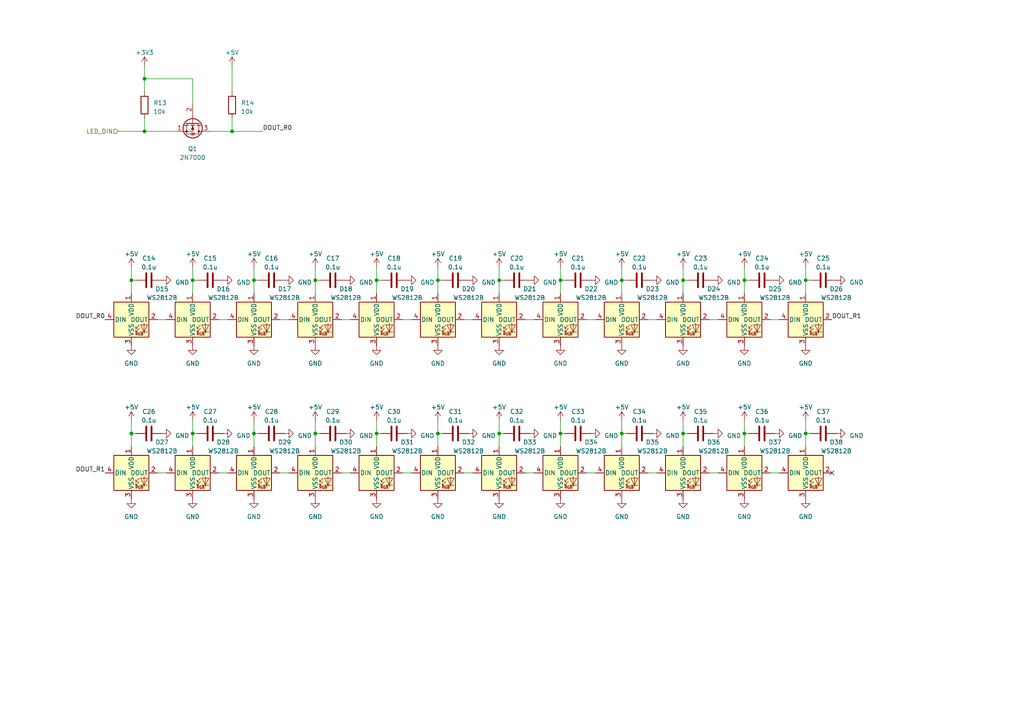
<source format=kicad_sch>
(kicad_sch (version 20230121) (generator eeschema)
  (paper "A4")
  (lib_symbols
    (symbol "Device:C" (pin_numbers hide) (pin_names (offset 0.254))
      (property "Reference" "C" (at 0.635 2.54 0))
      (property "Value" "C" (at 0.635 -2.54 0))
      (symbol "C_0_1"
        (polyline (pts (xy -2.032 -0.762) (xy 2.032 -0.762)) (stroke (width 0.508)))
        (polyline (pts (xy -2.032 0.762) (xy 2.032 0.762)) (stroke (width 0.508)))
      )
      (symbol "C_1_1"
        (pin passive line (at 0 3.81 270) (length 2.794) (name "~") (number "1"))
        (pin passive line (at 0 -3.81 90) (length 2.794) (name "~") (number "2"))
      )
    )
    (symbol "Device:R" (pin_numbers hide) (pin_names (offset 0))
      (property "Reference" "R" (at 2.032 0 90))
      (property "Value" "R" (at 0 0 90))
      (symbol "R_0_1"
        (rectangle (start -1.016 -2.54) (end 1.016 2.54) (stroke (width 0.254)))
      )
      (symbol "R_1_1"
        (pin passive line (at 0 3.81 270) (length 1.27) (name "~") (number "1"))
        (pin passive line (at 0 -3.81 90) (length 1.27) (name "~") (number "2"))
      )
    )
    (symbol "LED:WS2812B" (pin_names (offset 0.254))
      (property "Reference" "D" (at 5.08 5.715 0))
      (property "Value" "WS2812B" (at 1.27 -5.715 0))
      (symbol "WS2812B_0_0"
        (text "RGB" (at 2.286 -4.191 0) (effects (font (size 0.762 0.762))))
      )
      (symbol "WS2812B_0_1"
        (polyline (pts (xy 1.27 -3.556) (xy 1.778 -3.556)))
        (polyline (pts (xy 1.27 -2.54) (xy 1.778 -2.54)))
        (polyline (pts (xy 4.699 -3.556) (xy 2.667 -3.556)))
        (polyline (pts (xy 2.286 -2.54) (xy 1.27 -3.556) (xy 1.27 -3.048)))
        (polyline (pts (xy 2.286 -1.524) (xy 1.27 -2.54) (xy 1.27 -2.032)))
        (polyline (pts (xy 3.683 -1.016) (xy 3.683 -3.556) (xy 3.683 -4.064)))
        (polyline (pts (xy 4.699 -1.524) (xy 2.667 -1.524) (xy 3.683 -3.556) (xy 4.699 -1.524)))
        (rectangle (start 5.08 5.08) (end -5.08 -5.08) (stroke (width 0.254)) (fill (type background)))
      )
      (symbol "WS2812B_1_1"
        (pin power_in line (at 0 7.62 270) (length 2.54) (name "VDD") (number "1"))
        (pin output line (at 7.62 0 180) (length 2.54) (name "DOUT") (number "2"))
        (pin power_in line (at 0 -7.62 90) (length 2.54) (name "VSS") (number "3"))
        (pin input line (at -7.62 0 0) (length 2.54) (name "DIN") (number "4"))
      )
    )
    (symbol "Transistor_FET:2N7000" (pin_names hide)
      (property "Reference" "Q" (at 5.08 1.905 0))
      (property "Value" "2N7000" (at 5.08 0 0))
      (symbol "2N7000_0_1"
        (polyline (pts (xy 0.254 0) (xy -2.54 0)))
        (polyline (pts (xy 0.254 1.905) (xy 0.254 -1.905)) (stroke (width 0.254)))
        (polyline (pts (xy 0.762 -1.27) (xy 0.762 -2.286)) (stroke (width 0.254)))
        (polyline (pts (xy 0.762 0.508) (xy 0.762 -0.508)) (stroke (width 0.254)))
        (polyline (pts (xy 0.762 2.286) (xy 0.762 1.27)) (stroke (width 0.254)))
        (polyline (pts (xy 2.54 2.54) (xy 2.54 1.778)))
        (polyline (pts (xy 2.54 -2.54) (xy 2.54 0) (xy 0.762 0)))
        (polyline (pts (xy 0.762 -1.778) (xy 3.302 -1.778) (xy 3.302 1.778) (xy 0.762 1.778)))
        (polyline (pts (xy 1.016 0) (xy 2.032 0.381) (xy 2.032 -0.381) (xy 1.016 0)) (fill (type outline)))
        (polyline (pts (xy 2.794 0.508) (xy 2.921 0.381) (xy 3.683 0.381) (xy 3.81 0.254)))
        (polyline (pts (xy 3.302 0.381) (xy 2.921 -0.254) (xy 3.683 -0.254) (xy 3.302 0.381)))
        (circle (center 1.651 0) (radius 2.794) (stroke (width 0.254)))
        (circle (center 2.54 -1.778) (radius 0.254) (fill (type outline)))
        (circle (center 2.54 1.778) (radius 0.254) (fill (type outline)))
      )
      (symbol "2N7000_1_1"
        (pin passive line (at 2.54 -5.08 90) (length 2.54) (name "S") (number "1"))
        (pin input line (at -5.08 0 0) (length 2.54) (name "G") (number "2"))
        (pin passive line (at 2.54 5.08 270) (length 2.54) (name "D") (number "3"))
      )
    )
    (symbol "power:+3V3" (power) (pin_names (offset 0))
      (property "Value" "+3V3" (at 0 3.556 0))
      (symbol "+3V3_0_1"
        (polyline (pts (xy -0.762 1.27) (xy 0 2.54)))
        (polyline (pts (xy 0 0) (xy 0 2.54)))
        (polyline (pts (xy 0 2.54) (xy 0.762 1.27)))
      )
      (symbol "+3V3_1_1"
        (pin power_in line (at 0 0 90) (length 0) hide (name "+3V3") (number "1"))
      )
    )
    (symbol "power:+5V" (power) (pin_names (offset 0))
      (property "Value" "+5V" (at 0 3.556 0))
      (symbol "+5V_0_1"
        (polyline (pts (xy -0.762 1.27) (xy 0 2.54)))
        (polyline (pts (xy 0 0) (xy 0 2.54)))
        (polyline (pts (xy 0 2.54) (xy 0.762 1.27)))
      )
      (symbol "+5V_1_1"
        (pin power_in line (at 0 0 90) (length 0) hide (name "+5V") (number "1"))
      )
    )
    (symbol "power:GND" (power) (pin_names (offset 0))
      (property "Value" "GND" (at 0 -3.81 0))
      (symbol "GND_0_1"
        (polyline (pts (xy 0 0) (xy 0 -1.27) (xy 1.27 -1.27) (xy 0 -2.54) (xy -1.27 -1.27) (xy 0 -1.27)))
      )
      (symbol "GND_1_1"
        (pin power_in line (at 0 0 270) (length 0) hide (name "GND") (number "1"))
      )
    )
  )
  (junction (at 233.68 125.73))
  (junction (at 162.56 81.28))
  (junction (at 67.31 38.1))
  (junction (at 41.91 38.1))
  (junction (at 55.88 125.73))
  (junction (at 198.12 125.73))
  (junction (at 91.44 125.73))
  (junction (at 73.66 81.28))
  (junction (at 73.66 125.73))
  (junction (at 127 81.28))
  (junction (at 144.78 81.28))
  (junction (at 41.91 22.86))
  (junction (at 38.1 125.73))
  (junction (at 109.22 125.73))
  (junction (at 109.22 81.28))
  (junction (at 215.9 125.73))
  (junction (at 180.34 81.28))
  (junction (at 127 125.73))
  (junction (at 162.56 125.73))
  (junction (at 91.44 81.28))
  (junction (at 233.68 81.28))
  (junction (at 215.9 81.28))
  (junction (at 198.12 81.28))
  (junction (at 38.1 81.28))
  (junction (at 55.88 81.28))
  (junction (at 180.34 125.73))
  (junction (at 144.78 125.73))
  (no_connect (at 241.3 137.16))
  (wire (pts (xy 109.22 121.92) (xy 109.22 125.73)))
  (wire (pts (xy 55.88 22.86) (xy 41.91 22.86)))
  (wire (pts (xy 34.29 38.1) (xy 41.91 38.1)))
  (wire (pts (xy 144.78 125.73) (xy 144.78 129.54)))
  (wire (pts (xy 99.06 92.71) (xy 101.6 92.71)))
  (wire (pts (xy 127 77.47) (xy 127 81.28)))
  (wire (pts (xy 180.34 81.28) (xy 181.61 81.28)))
  (wire (pts (xy 73.66 81.28) (xy 73.66 85.09)))
  (wire (pts (xy 152.4 92.71) (xy 154.94 92.71)))
  (wire (pts (xy 127 81.28) (xy 127 85.09)))
  (wire (pts (xy 127 121.92) (xy 127 125.73)))
  (wire (pts (xy 109.22 77.47) (xy 109.22 81.28)))
  (wire (pts (xy 198.12 77.47) (xy 198.12 81.28)))
  (wire (pts (xy 63.5 137.16) (xy 66.04 137.16)))
  (wire (pts (xy 144.78 81.28) (xy 146.05 81.28)))
  (wire (pts (xy 134.62 92.71) (xy 137.16 92.71)))
  (wire (pts (xy 233.68 81.28) (xy 234.95 81.28)))
  (wire (pts (xy 180.34 81.28) (xy 180.34 85.09)))
  (wire (pts (xy 81.28 137.16) (xy 83.82 137.16)))
  (wire (pts (xy 223.52 137.16) (xy 226.06 137.16)))
  (wire (pts (xy 73.66 125.73) (xy 74.93 125.73)))
  (wire (pts (xy 144.78 125.73) (xy 146.05 125.73)))
  (wire (pts (xy 215.9 121.92) (xy 215.9 125.73)))
  (wire (pts (xy 170.18 92.71) (xy 172.72 92.71)))
  (wire (pts (xy 205.74 92.71) (xy 208.28 92.71)))
  (wire (pts (xy 233.68 121.92) (xy 233.68 125.73)))
  (wire (pts (xy 198.12 81.28) (xy 198.12 85.09)))
  (wire (pts (xy 55.88 125.73) (xy 55.88 129.54)))
  (wire (pts (xy 41.91 38.1) (xy 50.8 38.1)))
  (wire (pts (xy 73.66 77.47) (xy 73.66 81.28)))
  (wire (pts (xy 55.88 81.28) (xy 57.15 81.28)))
  (wire (pts (xy 41.91 34.29) (xy 41.91 38.1)))
  (wire (pts (xy 144.78 81.28) (xy 144.78 85.09)))
  (wire (pts (xy 162.56 81.28) (xy 162.56 85.09)))
  (wire (pts (xy 198.12 125.73) (xy 198.12 129.54)))
  (wire (pts (xy 38.1 121.92) (xy 38.1 125.73)))
  (wire (pts (xy 198.12 125.73) (xy 199.39 125.73)))
  (wire (pts (xy 215.9 81.28) (xy 215.9 85.09)))
  (wire (pts (xy 127 81.28) (xy 128.27 81.28)))
  (wire (pts (xy 91.44 121.92) (xy 91.44 125.73)))
  (wire (pts (xy 162.56 81.28) (xy 163.83 81.28)))
  (wire (pts (xy 41.91 22.86) (xy 41.91 26.67)))
  (wire (pts (xy 233.68 125.73) (xy 233.68 129.54)))
  (wire (pts (xy 152.4 137.16) (xy 154.94 137.16)))
  (wire (pts (xy 109.22 81.28) (xy 109.22 85.09)))
  (wire (pts (xy 55.88 121.92) (xy 55.88 125.73)))
  (wire (pts (xy 55.88 81.28) (xy 55.88 85.09)))
  (wire (pts (xy 233.68 77.47) (xy 233.68 81.28)))
  (wire (pts (xy 144.78 77.47) (xy 144.78 81.28)))
  (wire (pts (xy 215.9 125.73) (xy 217.17 125.73)))
  (wire (pts (xy 55.88 30.48) (xy 55.88 22.86)))
  (wire (pts (xy 38.1 125.73) (xy 38.1 129.54)))
  (wire (pts (xy 162.56 125.73) (xy 163.83 125.73)))
  (wire (pts (xy 45.72 137.16) (xy 48.26 137.16)))
  (wire (pts (xy 170.18 137.16) (xy 172.72 137.16)))
  (wire (pts (xy 91.44 81.28) (xy 91.44 85.09)))
  (wire (pts (xy 223.52 92.71) (xy 226.06 92.71)))
  (wire (pts (xy 127 125.73) (xy 128.27 125.73)))
  (wire (pts (xy 38.1 81.28) (xy 39.37 81.28)))
  (wire (pts (xy 144.78 121.92) (xy 144.78 125.73)))
  (wire (pts (xy 187.96 137.16) (xy 190.5 137.16)))
  (wire (pts (xy 67.31 19.05) (xy 67.31 26.67)))
  (wire (pts (xy 91.44 81.28) (xy 92.71 81.28)))
  (wire (pts (xy 38.1 77.47) (xy 38.1 81.28)))
  (wire (pts (xy 45.72 92.71) (xy 48.26 92.71)))
  (wire (pts (xy 162.56 77.47) (xy 162.56 81.28)))
  (wire (pts (xy 81.28 92.71) (xy 83.82 92.71)))
  (wire (pts (xy 180.34 125.73) (xy 180.34 129.54)))
  (wire (pts (xy 215.9 77.47) (xy 215.9 81.28)))
  (wire (pts (xy 109.22 125.73) (xy 109.22 129.54)))
  (wire (pts (xy 73.66 125.73) (xy 73.66 129.54)))
  (wire (pts (xy 180.34 77.47) (xy 180.34 81.28)))
  (wire (pts (xy 91.44 77.47) (xy 91.44 81.28)))
  (wire (pts (xy 67.31 38.1) (xy 67.31 34.29)))
  (wire (pts (xy 109.22 81.28) (xy 110.49 81.28)))
  (wire (pts (xy 73.66 121.92) (xy 73.66 125.73)))
  (wire (pts (xy 109.22 125.73) (xy 110.49 125.73)))
  (wire (pts (xy 73.66 81.28) (xy 74.93 81.28)))
  (wire (pts (xy 38.1 125.73) (xy 39.37 125.73)))
  (wire (pts (xy 41.91 19.05) (xy 41.91 22.86)))
  (wire (pts (xy 205.74 137.16) (xy 208.28 137.16)))
  (wire (pts (xy 180.34 125.73) (xy 181.61 125.73)))
  (wire (pts (xy 99.06 137.16) (xy 101.6 137.16)))
  (wire (pts (xy 55.88 77.47) (xy 55.88 81.28)))
  (wire (pts (xy 91.44 125.73) (xy 91.44 129.54)))
  (wire (pts (xy 198.12 81.28) (xy 199.39 81.28)))
  (wire (pts (xy 116.84 92.71) (xy 119.38 92.71)))
  (wire (pts (xy 134.62 137.16) (xy 137.16 137.16)))
  (wire (pts (xy 127 125.73) (xy 127 129.54)))
  (wire (pts (xy 215.9 125.73) (xy 215.9 129.54)))
  (wire (pts (xy 233.68 81.28) (xy 233.68 85.09)))
  (wire (pts (xy 55.88 125.73) (xy 57.15 125.73)))
  (wire (pts (xy 91.44 125.73) (xy 92.71 125.73)))
  (wire (pts (xy 162.56 121.92) (xy 162.56 125.73)))
  (wire (pts (xy 67.31 38.1) (xy 76.2 38.1)))
  (wire (pts (xy 116.84 137.16) (xy 119.38 137.16)))
  (wire (pts (xy 63.5 92.71) (xy 66.04 92.71)))
  (wire (pts (xy 60.96 38.1) (xy 67.31 38.1)))
  (wire (pts (xy 215.9 81.28) (xy 217.17 81.28)))
  (wire (pts (xy 162.56 125.73) (xy 162.56 129.54)))
  (wire (pts (xy 233.68 125.73) (xy 234.95 125.73)))
  (wire (pts (xy 198.12 121.92) (xy 198.12 125.73)))
  (wire (pts (xy 38.1 81.28) (xy 38.1 85.09)))
  (wire (pts (xy 187.96 92.71) (xy 190.5 92.71)))
  (wire (pts (xy 180.34 121.92) (xy 180.34 125.73)))
  (label "DOUT_R1" (at 30.48 137.16 180))
  (label "DOUT_R0" (at 76.2 38.1 0))
  (label "DOUT_R1" (at 241.3 92.71 0))
  (label "DOUT_R0" (at 30.48 92.71 180))
  (hierarchical_label "LED_DIN" (shape input) (at 34.29 38.1 180))
  (symbol (lib_id "power:GND") (at 207.01 81.28 90) (unit 1)
    (property "Reference" "#PWR085" (effects hide))
    (property "Value" "GND" (at 210.82 81.915 90) (effects (justify right)))
  )
  (symbol (lib_id "power:GND") (at 118.11 125.73 90) (unit 1)
    (property "Reference" "#PWR0116" (effects hide))
    (property "Value" "GND" (at 121.92 126.365 90) (effects (justify right)))
  )
  (symbol (lib_id "power:+5V") (at 109.22 121.92 0) (unit 1)
    (property "Reference" "#PWR0104" (effects hide))
    (property "Value" "+5V" (at 109.22 118.11 0))
  )
  (symbol (lib_id "power:+5V") (at 55.88 77.47 0) (unit 1)
    (property "Reference" "#PWR065" (effects hide))
    (property "Value" "+5V" (at 55.88 73.66 0))
  )
  (symbol (lib_id "power:+5V") (at 215.9 77.47 0) (unit 1)
    (property "Reference" "#PWR074" (effects hide))
    (property "Value" "+5V" (at 215.9 73.66 0))
  )
  (symbol (lib_id "power:GND") (at 73.66 144.78 0) (unit 1)
    (property "Reference" "#PWR0126" (effects hide))
    (property "Value" "GND" (at 73.66 149.86 0))
  )
  (symbol (lib_id "LED:WS2812B") (at 162.56 137.16 0) (unit 1)
    (property "Reference" "D34" (at 171.45 128.27 0))
    (property "Value" "WS2812B" (at 171.45 130.81 0))
    (property "Footprint" "LED_SMD:LED_WS2812B_PLCC4_5.0x5.0mm_P3.2mm" (effects hide))
    (property "Datasheet" "https://cdn-shop.adafruit.com/datasheets/WS2812B.pdf" (effects hide))
  )
  (symbol (lib_id "LED:WS2812B") (at 198.12 92.71 0) (unit 1)
    (property "Reference" "D24" (at 207.01 83.82 0))
    (property "Value" "WS2812B" (at 207.01 86.36 0))
    (property "Footprint" "LED_SMD:LED_WS2812B_PLCC4_5.0x5.0mm_P3.2mm" (effects hide))
    (property "Datasheet" "https://cdn-shop.adafruit.com/datasheets/WS2812B.pdf" (effects hide))
  )
  (symbol (lib_id "LED:WS2812B") (at 38.1 92.71 0) (unit 1)
    (property "Reference" "D15" (at 46.99 83.82 0))
    (property "Value" "WS2812B" (at 46.99 86.36 0))
    (property "Footprint" "LED_SMD:LED_WS2812B_PLCC4_5.0x5.0mm_P3.2mm" (effects hide))
    (property "Datasheet" "https://cdn-shop.adafruit.com/datasheets/WS2812B.pdf" (effects hide))
  )
  (symbol (lib_id "LED:WS2812B") (at 215.9 92.71 0) (unit 1)
    (property "Reference" "D25" (at 224.79 83.82 0))
    (property "Value" "WS2812B" (at 224.79 86.36 0))
    (property "Footprint" "LED_SMD:LED_WS2812B_PLCC4_5.0x5.0mm_P3.2mm" (effects hide))
    (property "Datasheet" "https://cdn-shop.adafruit.com/datasheets/WS2812B.pdf" (effects hide))
  )
  (symbol (lib_id "power:GND") (at 215.9 144.78 0) (unit 1)
    (property "Reference" "#PWR0134" (effects hide))
    (property "Value" "GND" (at 215.9 149.86 0))
  )
  (symbol (lib_id "LED:WS2812B") (at 55.88 92.71 0) (unit 1)
    (property "Reference" "D16" (at 64.77 83.82 0))
    (property "Value" "WS2812B" (at 64.77 86.36 0))
    (property "Footprint" "LED_SMD:LED_WS2812B_PLCC4_5.0x5.0mm_P3.2mm" (effects hide))
    (property "Datasheet" "https://cdn-shop.adafruit.com/datasheets/WS2812B.pdf" (effects hide))
  )
  (symbol (lib_id "Device:C") (at 78.74 81.28 90) (unit 1)
    (property "Reference" "C16" (at 78.74 74.93 90))
    (property "Value" "0.1u" (at 78.74 77.47 90))
    (property "Footprint" "Capacitor_SMD:C_0402_1005Metric" (effects hide))
  )
  (symbol (lib_id "power:GND") (at 171.45 125.73 90) (unit 1)
    (property "Reference" "#PWR0119" (effects hide))
    (property "Value" "GND" (at 175.26 126.365 90) (effects (justify right)))
  )
  (symbol (lib_id "power:GND") (at 180.34 144.78 0) (unit 1)
    (property "Reference" "#PWR0132" (effects hide))
    (property "Value" "GND" (at 180.34 149.86 0))
  )
  (symbol (lib_id "power:GND") (at 189.23 125.73 90) (unit 1)
    (property "Reference" "#PWR0120" (effects hide))
    (property "Value" "GND" (at 193.04 126.365 90) (effects (justify right)))
  )
  (symbol (lib_id "power:GND") (at 162.56 100.33 0) (unit 1)
    (property "Reference" "#PWR095" (effects hide))
    (property "Value" "GND" (at 162.56 105.41 0))
  )
  (symbol (lib_id "power:GND") (at 127 100.33 0) (unit 1)
    (property "Reference" "#PWR093" (effects hide))
    (property "Value" "GND" (at 127 105.41 0))
  )
  (symbol (lib_id "power:+5V") (at 38.1 121.92 0) (unit 1)
    (property "Reference" "#PWR0100" (effects hide))
    (property "Value" "+5V" (at 38.1 118.11 0))
  )
  (symbol (lib_id "LED:WS2812B") (at 162.56 92.71 0) (unit 1)
    (property "Reference" "D22" (at 171.45 83.82 0))
    (property "Value" "WS2812B" (at 171.45 86.36 0))
    (property "Footprint" "LED_SMD:LED_WS2812B_PLCC4_5.0x5.0mm_P3.2mm" (effects hide))
    (property "Datasheet" "https://cdn-shop.adafruit.com/datasheets/WS2812B.pdf" (effects hide))
  )
  (symbol (lib_id "Device:C") (at 132.08 125.73 90) (unit 1)
    (property "Reference" "C31" (at 132.08 119.38 90))
    (property "Value" "0.1u" (at 132.08 121.92 90))
    (property "Footprint" "Capacitor_SMD:C_0402_1005Metric" (effects hide))
  )
  (symbol (lib_id "power:+5V") (at 55.88 121.92 0) (unit 1)
    (property "Reference" "#PWR0101" (effects hide))
    (property "Value" "+5V" (at 55.88 118.11 0))
  )
  (symbol (lib_id "power:GND") (at 64.77 81.28 90) (unit 1)
    (property "Reference" "#PWR077" (effects hide))
    (property "Value" "GND" (at 68.58 81.915 90) (effects (justify right)))
  )
  (symbol (lib_id "power:GND") (at 73.66 100.33 0) (unit 1)
    (property "Reference" "#PWR090" (effects hide))
    (property "Value" "GND" (at 73.66 105.41 0))
  )
  (symbol (lib_id "Device:C") (at 203.2 125.73 90) (unit 1)
    (property "Reference" "C35" (at 203.2 119.38 90))
    (property "Value" "0.1u" (at 203.2 121.92 90))
    (property "Footprint" "Capacitor_SMD:C_0402_1005Metric" (effects hide))
  )
  (symbol (lib_id "Device:C") (at 96.52 125.73 90) (unit 1)
    (property "Reference" "C29" (at 96.52 119.38 90))
    (property "Value" "0.1u" (at 96.52 121.92 90))
    (property "Footprint" "Capacitor_SMD:C_0402_1005Metric" (effects hide))
  )
  (symbol (lib_id "power:GND") (at 109.22 144.78 0) (unit 1)
    (property "Reference" "#PWR0128" (effects hide))
    (property "Value" "GND" (at 109.22 149.86 0))
  )
  (symbol (lib_id "Device:C") (at 220.98 125.73 90) (unit 1)
    (property "Reference" "C36" (at 220.98 119.38 90))
    (property "Value" "0.1u" (at 220.98 121.92 90))
    (property "Footprint" "Capacitor_SMD:C_0402_1005Metric" (effects hide))
  )
  (symbol (lib_id "LED:WS2812B") (at 198.12 137.16 0) (unit 1)
    (property "Reference" "D36" (at 207.01 128.27 0))
    (property "Value" "WS2812B" (at 207.01 130.81 0))
    (property "Footprint" "LED_SMD:LED_WS2812B_PLCC4_5.0x5.0mm_P3.2mm" (effects hide))
    (property "Datasheet" "https://cdn-shop.adafruit.com/datasheets/WS2812B.pdf" (effects hide))
  )
  (symbol (lib_id "power:GND") (at 224.79 81.28 90) (unit 1)
    (property "Reference" "#PWR086" (effects hide))
    (property "Value" "GND" (at 228.6 81.915 90) (effects (justify right)))
  )
  (symbol (lib_id "power:GND") (at 109.22 100.33 0) (unit 1)
    (property "Reference" "#PWR092" (effects hide))
    (property "Value" "GND" (at 109.22 105.41 0))
  )
  (symbol (lib_id "LED:WS2812B") (at 144.78 137.16 0) (unit 1)
    (property "Reference" "D33" (at 153.67 128.27 0))
    (property "Value" "WS2812B" (at 153.67 130.81 0))
    (property "Footprint" "LED_SMD:LED_WS2812B_PLCC4_5.0x5.0mm_P3.2mm" (effects hide))
    (property "Datasheet" "https://cdn-shop.adafruit.com/datasheets/WS2812B.pdf" (effects hide))
  )
  (symbol (lib_id "power:GND") (at 233.68 144.78 0) (unit 1)
    (property "Reference" "#PWR0135" (effects hide))
    (property "Value" "GND" (at 233.68 149.86 0))
  )
  (symbol (lib_id "power:GND") (at 233.68 100.33 0) (unit 1)
    (property "Reference" "#PWR099" (effects hide))
    (property "Value" "GND" (at 233.68 105.41 0))
  )
  (symbol (lib_id "LED:WS2812B") (at 109.22 92.71 0) (unit 1)
    (property "Reference" "D19" (at 118.11 83.82 0))
    (property "Value" "WS2812B" (at 118.11 86.36 0))
    (property "Footprint" "LED_SMD:LED_WS2812B_PLCC4_5.0x5.0mm_P3.2mm" (effects hide))
    (property "Datasheet" "https://cdn-shop.adafruit.com/datasheets/WS2812B.pdf" (effects hide))
  )
  (symbol (lib_id "power:GND") (at 207.01 125.73 90) (unit 1)
    (property "Reference" "#PWR0121" (effects hide))
    (property "Value" "GND" (at 210.82 126.365 90) (effects (justify right)))
  )
  (symbol (lib_id "Device:C") (at 167.64 125.73 90) (unit 1)
    (property "Reference" "C33" (at 167.64 119.38 90))
    (property "Value" "0.1u" (at 167.64 121.92 90))
    (property "Footprint" "Capacitor_SMD:C_0402_1005Metric" (effects hide))
  )
  (symbol (lib_id "LED:WS2812B") (at 233.68 92.71 0) (unit 1)
    (property "Reference" "D26" (at 242.57 83.82 0))
    (property "Value" "WS2812B" (at 242.57 86.36 0))
    (property "Footprint" "LED_SMD:LED_WS2812B_PLCC4_5.0x5.0mm_P3.2mm" (effects hide))
    (property "Datasheet" "https://cdn-shop.adafruit.com/datasheets/WS2812B.pdf" (effects hide))
  )
  (symbol (lib_id "power:+5V") (at 67.31 19.05 0) (unit 1)
    (property "Reference" "#PWR063" (effects hide))
    (property "Value" "+5V" (at 67.31 15.24 0))
  )
  (symbol (lib_id "power:+5V") (at 91.44 121.92 0) (unit 1)
    (property "Reference" "#PWR0103" (effects hide))
    (property "Value" "+5V" (at 91.44 118.11 0))
  )
  (symbol (lib_id "power:+5V") (at 215.9 121.92 0) (unit 1)
    (property "Reference" "#PWR0110" (effects hide))
    (property "Value" "+5V" (at 215.9 118.11 0))
  )
  (symbol (lib_id "power:GND") (at 38.1 144.78 0) (unit 1)
    (property "Reference" "#PWR0124" (effects hide))
    (property "Value" "GND" (at 38.1 149.86 0))
  )
  (symbol (lib_id "power:GND") (at 91.44 100.33 0) (unit 1)
    (property "Reference" "#PWR091" (effects hide))
    (property "Value" "GND" (at 91.44 105.41 0))
  )
  (symbol (lib_id "power:+3V3") (at 41.91 19.05 0) (unit 1)
    (property "Reference" "#PWR062" (effects hide))
    (property "Value" "+3V3" (at 41.91 15.24 0))
  )
  (symbol (lib_id "LED:WS2812B") (at 91.44 92.71 0) (unit 1)
    (property "Reference" "D18" (at 100.33 83.82 0))
    (property "Value" "WS2812B" (at 100.33 86.36 0))
    (property "Footprint" "LED_SMD:LED_WS2812B_PLCC4_5.0x5.0mm_P3.2mm" (effects hide))
    (property "Datasheet" "https://cdn-shop.adafruit.com/datasheets/WS2812B.pdf" (effects hide))
  )
  (symbol (lib_id "power:GND") (at 100.33 125.73 90) (unit 1)
    (property "Reference" "#PWR0115" (effects hide))
    (property "Value" "GND" (at 104.14 126.365 90) (effects (justify right)))
  )
  (symbol (lib_id "power:+5V") (at 233.68 77.47 0) (unit 1)
    (property "Reference" "#PWR075" (effects hide))
    (property "Value" "+5V" (at 233.68 73.66 0))
  )
  (symbol (lib_id "power:GND") (at 153.67 125.73 90) (unit 1)
    (property "Reference" "#PWR0118" (effects hide))
    (property "Value" "GND" (at 157.48 126.365 90) (effects (justify right)))
  )
  (symbol (lib_id "Device:C") (at 60.96 125.73 90) (unit 1)
    (property "Reference" "C27" (at 60.96 119.38 90))
    (property "Value" "0.1u" (at 60.96 121.92 90))
    (property "Footprint" "Capacitor_SMD:C_0402_1005Metric" (effects hide))
  )
  (symbol (lib_id "LED:WS2812B") (at 127 137.16 0) (unit 1)
    (property "Reference" "D32" (at 135.89 128.27 0))
    (property "Value" "WS2812B" (at 135.89 130.81 0))
    (property "Footprint" "LED_SMD:LED_WS2812B_PLCC4_5.0x5.0mm_P3.2mm" (effects hide))
    (property "Datasheet" "https://cdn-shop.adafruit.com/datasheets/WS2812B.pdf" (effects hide))
  )
  (symbol (lib_id "Device:C") (at 167.64 81.28 90) (unit 1)
    (property "Reference" "C21" (at 167.64 74.93 90))
    (property "Value" "0.1u" (at 167.64 77.47 90))
    (property "Footprint" "Capacitor_SMD:C_0402_1005Metric" (effects hide))
  )
  (symbol (lib_id "power:+5V") (at 180.34 77.47 0) (unit 1)
    (property "Reference" "#PWR072" (effects hide))
    (property "Value" "+5V" (at 180.34 73.66 0))
  )
  (symbol (lib_id "power:GND") (at 135.89 81.28 90) (unit 1)
    (property "Reference" "#PWR081" (effects hide))
    (property "Value" "GND" (at 139.7 81.915 90) (effects (justify right)))
  )
  (symbol (lib_id "Device:C") (at 220.98 81.28 90) (unit 1)
    (property "Reference" "C24" (at 220.98 74.93 90))
    (property "Value" "0.1u" (at 220.98 77.47 90))
    (property "Footprint" "Capacitor_SMD:C_0402_1005Metric" (effects hide))
  )
  (symbol (lib_id "power:+5V") (at 198.12 77.47 0) (unit 1)
    (property "Reference" "#PWR073" (effects hide))
    (property "Value" "+5V" (at 198.12 73.66 0))
  )
  (symbol (lib_id "Device:R") (at 41.91 30.48 0) (unit 1)
    (property "Reference" "R13" (at 44.45 29.845 0) (effects (justify left)))
    (property "Value" "10k" (at 44.45 32.385 0) (effects (justify left)))
    (property "Footprint" "Resistor_THT:R_Axial_DIN0204_L3.6mm_D1.6mm_P7.62mm_Horizontal" (effects hide))
  )
  (symbol (lib_id "power:GND") (at 171.45 81.28 90) (unit 1)
    (property "Reference" "#PWR083" (effects hide))
    (property "Value" "GND" (at 175.26 81.915 90) (effects (justify right)))
  )
  (symbol (lib_id "power:GND") (at 180.34 100.33 0) (unit 1)
    (property "Reference" "#PWR096" (effects hide))
    (property "Value" "GND" (at 180.34 105.41 0))
  )
  (symbol (lib_id "power:GND") (at 242.57 125.73 90) (unit 1)
    (property "Reference" "#PWR0123" (effects hide))
    (property "Value" "GND" (at 246.38 126.365 90) (effects (justify right)))
  )
  (symbol (lib_id "power:GND") (at 144.78 144.78 0) (unit 1)
    (property "Reference" "#PWR0130" (effects hide))
    (property "Value" "GND" (at 144.78 149.86 0))
  )
  (symbol (lib_id "LED:WS2812B") (at 38.1 137.16 0) (unit 1)
    (property "Reference" "D27" (at 46.99 128.27 0))
    (property "Value" "WS2812B" (at 46.99 130.81 0))
    (property "Footprint" "LED_SMD:LED_WS2812B_PLCC4_5.0x5.0mm_P3.2mm" (effects hide))
    (property "Datasheet" "https://cdn-shop.adafruit.com/datasheets/WS2812B.pdf" (effects hide))
  )
  (symbol (lib_id "power:GND") (at 153.67 81.28 90) (unit 1)
    (property "Reference" "#PWR082" (effects hide))
    (property "Value" "GND" (at 157.48 81.915 90) (effects (justify right)))
  )
  (symbol (lib_id "power:+5V") (at 109.22 77.47 0) (unit 1)
    (property "Reference" "#PWR068" (effects hide))
    (property "Value" "+5V" (at 109.22 73.66 0))
  )
  (symbol (lib_id "LED:WS2812B") (at 233.68 137.16 0) (unit 1)
    (property "Reference" "D38" (at 242.57 128.27 0))
    (property "Value" "WS2812B" (at 242.57 130.81 0))
    (property "Footprint" "LED_SMD:LED_WS2812B_PLCC4_5.0x5.0mm_P3.2mm" (effects hide))
    (property "Datasheet" "https://cdn-shop.adafruit.com/datasheets/WS2812B.pdf" (effects hide))
  )
  (symbol (lib_id "LED:WS2812B") (at 144.78 92.71 0) (unit 1)
    (property "Reference" "D21" (at 153.67 83.82 0))
    (property "Value" "WS2812B" (at 153.67 86.36 0))
    (property "Footprint" "LED_SMD:LED_WS2812B_PLCC4_5.0x5.0mm_P3.2mm" (effects hide))
    (property "Datasheet" "https://cdn-shop.adafruit.com/datasheets/WS2812B.pdf" (effects hide))
  )
  (symbol (lib_id "Device:C") (at 114.3 81.28 90) (unit 1)
    (property "Reference" "C18" (at 114.3 74.93 90))
    (property "Value" "0.1u" (at 114.3 77.47 90))
    (property "Footprint" "Capacitor_SMD:C_0402_1005Metric" (effects hide))
  )
  (symbol (lib_id "LED:WS2812B") (at 91.44 137.16 0) (unit 1)
    (property "Reference" "D30" (at 100.33 128.27 0))
    (property "Value" "WS2812B" (at 100.33 130.81 0))
    (property "Footprint" "LED_SMD:LED_WS2812B_PLCC4_5.0x5.0mm_P3.2mm" (effects hide))
    (property "Datasheet" "https://cdn-shop.adafruit.com/datasheets/WS2812B.pdf" (effects hide))
  )
  (symbol (lib_id "power:+5V") (at 127 121.92 0) (unit 1)
    (property "Reference" "#PWR0105" (effects hide))
    (property "Value" "+5V" (at 127 118.11 0))
  )
  (symbol (lib_id "power:+5V") (at 233.68 121.92 0) (unit 1)
    (property "Reference" "#PWR0111" (effects hide))
    (property "Value" "+5V" (at 233.68 118.11 0))
  )
  (symbol (lib_id "power:GND") (at 64.77 125.73 90) (unit 1)
    (property "Reference" "#PWR0113" (effects hide))
    (property "Value" "GND" (at 68.58 126.365 90) (effects (justify right)))
  )
  (symbol (lib_id "power:GND") (at 198.12 144.78 0) (unit 1)
    (property "Reference" "#PWR0133" (effects hide))
    (property "Value" "GND" (at 198.12 149.86 0))
  )
  (symbol (lib_id "power:GND") (at 224.79 125.73 90) (unit 1)
    (property "Reference" "#PWR0122" (effects hide))
    (property "Value" "GND" (at 228.6 126.365 90) (effects (justify right)))
  )
  (symbol (lib_id "Device:C") (at 185.42 125.73 90) (unit 1)
    (property "Reference" "C34" (at 185.42 119.38 90))
    (property "Value" "0.1u" (at 185.42 121.92 90))
    (property "Footprint" "Capacitor_SMD:C_0402_1005Metric" (effects hide))
  )
  (symbol (lib_id "power:GND") (at 55.88 100.33 0) (unit 1)
    (property "Reference" "#PWR089" (effects hide))
    (property "Value" "GND" (at 55.88 105.41 0))
  )
  (symbol (lib_id "power:GND") (at 91.44 144.78 0) (unit 1)
    (property "Reference" "#PWR0127" (effects hide))
    (property "Value" "GND" (at 91.44 149.86 0))
  )
  (symbol (lib_id "power:+5V") (at 91.44 77.47 0) (unit 1)
    (property "Reference" "#PWR067" (effects hide))
    (property "Value" "+5V" (at 91.44 73.66 0))
  )
  (symbol (lib_id "power:GND") (at 118.11 81.28 90) (unit 1)
    (property "Reference" "#PWR080" (effects hide))
    (property "Value" "GND" (at 121.92 81.915 90) (effects (justify right)))
  )
  (symbol (lib_id "Device:C") (at 185.42 81.28 90) (unit 1)
    (property "Reference" "C22" (at 185.42 74.93 90))
    (property "Value" "0.1u" (at 185.42 77.47 90))
    (property "Footprint" "Capacitor_SMD:C_0402_1005Metric" (effects hide))
  )
  (symbol (lib_id "power:GND") (at 46.99 125.73 90) (unit 1)
    (property "Reference" "#PWR0112" (effects hide))
    (property "Value" "GND" (at 50.8 126.365 90) (effects (justify right)))
  )
  (symbol (lib_id "Transistor_FET:2N7000") (at 55.88 35.56 270) (unit 1)
    (property "Reference" "Q1" (at 55.88 43.18 90))
    (property "Value" "2N7000" (at 55.88 45.72 90))
    (property "Footprint" "Package_TO_SOT_THT:TO-92_Inline" (effects hide))
    (property "Datasheet" "https://www.vishay.com/docs/70226/70226.pdf" (effects hide))
  )
  (symbol (lib_id "Device:C") (at 114.3 125.73 90) (unit 1)
    (property "Reference" "C30" (at 114.3 119.38 90))
    (property "Value" "0.1u" (at 114.3 121.92 90))
    (property "Footprint" "Capacitor_SMD:C_0402_1005Metric" (effects hide))
  )
  (symbol (lib_id "power:GND") (at 215.9 100.33 0) (unit 1)
    (property "Reference" "#PWR098" (effects hide))
    (property "Value" "GND" (at 215.9 105.41 0))
  )
  (symbol (lib_id "LED:WS2812B") (at 109.22 137.16 0) (unit 1)
    (property "Reference" "D31" (at 118.11 128.27 0))
    (property "Value" "WS2812B" (at 118.11 130.81 0))
    (property "Footprint" "LED_SMD:LED_WS2812B_PLCC4_5.0x5.0mm_P3.2mm" (effects hide))
    (property "Datasheet" "https://cdn-shop.adafruit.com/datasheets/WS2812B.pdf" (effects hide))
  )
  (symbol (lib_id "Device:C") (at 132.08 81.28 90) (unit 1)
    (property "Reference" "C19" (at 132.08 74.93 90))
    (property "Value" "0.1u" (at 132.08 77.47 90))
    (property "Footprint" "Capacitor_SMD:C_0402_1005Metric" (effects hide))
  )
  (symbol (lib_id "LED:WS2812B") (at 73.66 137.16 0) (unit 1)
    (property "Reference" "D29" (at 82.55 128.27 0))
    (property "Value" "WS2812B" (at 82.55 130.81 0))
    (property "Footprint" "LED_SMD:LED_WS2812B_PLCC4_5.0x5.0mm_P3.2mm" (effects hide))
    (property "Datasheet" "https://cdn-shop.adafruit.com/datasheets/WS2812B.pdf" (effects hide))
  )
  (symbol (lib_id "power:GND") (at 100.33 81.28 90) (unit 1)
    (property "Reference" "#PWR079" (effects hide))
    (property "Value" "GND" (at 104.14 81.915 90) (effects (justify right)))
  )
  (symbol (lib_id "power:+5V") (at 144.78 77.47 0) (unit 1)
    (property "Reference" "#PWR070" (effects hide))
    (property "Value" "+5V" (at 144.78 73.66 0))
  )
  (symbol (lib_id "power:GND") (at 242.57 81.28 90) (unit 1)
    (property "Reference" "#PWR087" (effects hide))
    (property "Value" "GND" (at 246.38 81.915 90) (effects (justify right)))
  )
  (symbol (lib_id "power:GND") (at 198.12 100.33 0) (unit 1)
    (property "Reference" "#PWR097" (effects hide))
    (property "Value" "GND" (at 198.12 105.41 0))
  )
  (symbol (lib_id "Device:C") (at 60.96 81.28 90) (unit 1)
    (property "Reference" "C15" (at 60.96 74.93 90))
    (property "Value" "0.1u" (at 60.96 77.47 90))
    (property "Footprint" "Capacitor_SMD:C_0402_1005Metric" (effects hide))
  )
  (symbol (lib_id "Device:C") (at 96.52 81.28 90) (unit 1)
    (property "Reference" "C17" (at 96.52 74.93 90))
    (property "Value" "0.1u" (at 96.52 77.47 90))
    (property "Footprint" "Capacitor_SMD:C_0402_1005Metric" (effects hide))
  )
  (symbol (lib_id "power:+5V") (at 180.34 121.92 0) (unit 1)
    (property "Reference" "#PWR0108" (effects hide))
    (property "Value" "+5V" (at 180.34 118.11 0))
  )
  (symbol (lib_id "power:GND") (at 55.88 144.78 0) (unit 1)
    (property "Reference" "#PWR0125" (effects hide))
    (property "Value" "GND" (at 55.88 149.86 0))
  )
  (symbol (lib_id "LED:WS2812B") (at 215.9 137.16 0) (unit 1)
    (property "Reference" "D37" (at 224.79 128.27 0))
    (property "Value" "WS2812B" (at 224.79 130.81 0))
    (property "Footprint" "LED_SMD:LED_WS2812B_PLCC4_5.0x5.0mm_P3.2mm" (effects hide))
    (property "Datasheet" "https://cdn-shop.adafruit.com/datasheets/WS2812B.pdf" (effects hide))
  )
  (symbol (lib_id "power:GND") (at 135.89 125.73 90) (unit 1)
    (property "Reference" "#PWR0117" (effects hide))
    (property "Value" "GND" (at 139.7 126.365 90) (effects (justify right)))
  )
  (symbol (lib_id "LED:WS2812B") (at 55.88 137.16 0) (unit 1)
    (property "Reference" "D28" (at 64.77 128.27 0))
    (property "Value" "WS2812B" (at 64.77 130.81 0))
    (property "Footprint" "LED_SMD:LED_WS2812B_PLCC4_5.0x5.0mm_P3.2mm" (effects hide))
    (property "Datasheet" "https://cdn-shop.adafruit.com/datasheets/WS2812B.pdf" (effects hide))
  )
  (symbol (lib_id "power:+5V") (at 144.78 121.92 0) (unit 1)
    (property "Reference" "#PWR0106" (effects hide))
    (property "Value" "+5V" (at 144.78 118.11 0))
  )
  (symbol (lib_id "power:GND") (at 46.99 81.28 90) (unit 1)
    (property "Reference" "#PWR076" (effects hide))
    (property "Value" "GND" (at 50.8 81.915 90) (effects (justify right)))
  )
  (symbol (lib_id "Device:C") (at 149.86 125.73 90) (unit 1)
    (property "Reference" "C32" (at 149.86 119.38 90))
    (property "Value" "0.1u" (at 149.86 121.92 90))
    (property "Footprint" "Capacitor_SMD:C_0402_1005Metric" (effects hide))
  )
  (symbol (lib_id "power:GND") (at 144.78 100.33 0) (unit 1)
    (property "Reference" "#PWR094" (effects hide))
    (property "Value" "GND" (at 144.78 105.41 0))
  )
  (symbol (lib_id "Device:C") (at 43.18 81.28 90) (unit 1)
    (property "Reference" "C14" (at 43.18 74.93 90))
    (property "Value" "0.1u" (at 43.18 77.47 90))
    (property "Footprint" "Capacitor_SMD:C_0402_1005Metric" (effects hide))
  )
  (symbol (lib_id "LED:WS2812B") (at 180.34 137.16 0) (unit 1)
    (property "Reference" "D35" (at 189.23 128.27 0))
    (property "Value" "WS2812B" (at 189.23 130.81 0))
    (property "Footprint" "LED_SMD:LED_WS2812B_PLCC4_5.0x5.0mm_P3.2mm" (effects hide))
    (property "Datasheet" "https://cdn-shop.adafruit.com/datasheets/WS2812B.pdf" (effects hide))
  )
  (symbol (lib_id "Device:R") (at 67.31 30.48 0) (unit 1)
    (property "Reference" "R14" (at 69.85 29.845 0) (effects (justify left)))
    (property "Value" "10k" (at 69.85 32.385 0) (effects (justify left)))
    (property "Footprint" "Resistor_THT:R_Axial_DIN0204_L3.6mm_D1.6mm_P7.62mm_Horizontal" (effects hide))
  )
  (symbol (lib_id "power:+5V") (at 73.66 77.47 0) (unit 1)
    (property "Reference" "#PWR066" (effects hide))
    (property "Value" "+5V" (at 73.66 73.66 0))
  )
  (symbol (lib_id "power:GND") (at 127 144.78 0) (unit 1)
    (property "Reference" "#PWR0129" (effects hide))
    (property "Value" "GND" (at 127 149.86 0))
  )
  (symbol (lib_id "Device:C") (at 149.86 81.28 90) (unit 1)
    (property "Reference" "C20" (at 149.86 74.93 90))
    (property "Value" "0.1u" (at 149.86 77.47 90))
    (property "Footprint" "Capacitor_SMD:C_0402_1005Metric" (effects hide))
  )
  (symbol (lib_id "Device:C") (at 238.76 81.28 90) (unit 1)
    (property "Reference" "C25" (at 238.76 74.93 90))
    (property "Value" "0.1u" (at 238.76 77.47 90))
    (property "Footprint" "Capacitor_SMD:C_0402_1005Metric" (effects hide))
  )
  (symbol (lib_id "power:GND") (at 189.23 81.28 90) (unit 1)
    (property "Reference" "#PWR084" (effects hide))
    (property "Value" "GND" (at 193.04 81.915 90) (effects (justify right)))
  )
  (symbol (lib_id "power:GND") (at 162.56 144.78 0) (unit 1)
    (property "Reference" "#PWR0131" (effects hide))
    (property "Value" "GND" (at 162.56 149.86 0))
  )
  (symbol (lib_id "power:+5V") (at 198.12 121.92 0) (unit 1)
    (property "Reference" "#PWR0109" (effects hide))
    (property "Value" "+5V" (at 198.12 118.11 0))
  )
  (symbol (lib_id "power:GND") (at 82.55 81.28 90) (unit 1)
    (property "Reference" "#PWR078" (effects hide))
    (property "Value" "GND" (at 86.36 81.915 90) (effects (justify right)))
  )
  (symbol (lib_id "Device:C") (at 203.2 81.28 90) (unit 1)
    (property "Reference" "C23" (at 203.2 74.93 90))
    (property "Value" "0.1u" (at 203.2 77.47 90))
    (property "Footprint" "Capacitor_SMD:C_0402_1005Metric" (effects hide))
  )
  (symbol (lib_id "Device:C") (at 238.76 125.73 90) (unit 1)
    (property "Reference" "C37" (at 238.76 119.38 90))
    (property "Value" "0.1u" (at 238.76 121.92 90))
    (property "Footprint" "Capacitor_SMD:C_0402_1005Metric" (effects hide))
  )
  (symbol (lib_id "LED:WS2812B") (at 127 92.71 0) (unit 1)
    (property "Reference" "D20" (at 135.89 83.82 0))
    (property "Value" "WS2812B" (at 135.89 86.36 0))
    (property "Footprint" "LED_SMD:LED_WS2812B_PLCC4_5.0x5.0mm_P3.2mm" (effects hide))
    (property "Datasheet" "https://cdn-shop.adafruit.com/datasheets/WS2812B.pdf" (effects hide))
  )
  (symbol (lib_id "power:+5V") (at 162.56 77.47 0) (unit 1)
    (property "Reference" "#PWR071" (effects hide))
    (property "Value" "+5V" (at 162.56 73.66 0))
  )
  (symbol (lib_id "Device:C") (at 78.74 125.73 90) (unit 1)
    (property "Reference" "C28" (at 78.74 119.38 90))
    (property "Value" "0.1u" (at 78.74 121.92 90))
    (property "Footprint" "Capacitor_SMD:C_0402_1005Metric" (effects hide))
  )
  (symbol (lib_id "power:+5V") (at 73.66 121.92 0) (unit 1)
    (property "Reference" "#PWR0102" (effects hide))
    (property "Value" "+5V" (at 73.66 118.11 0))
  )
  (symbol (lib_id "power:+5V") (at 162.56 121.92 0) (unit 1)
    (property "Reference" "#PWR0107" (effects hide))
    (property "Value" "+5V" (at 162.56 118.11 0))
  )
  (symbol (lib_id "LED:WS2812B") (at 180.34 92.71 0) (unit 1)
    (property "Reference" "D23" (at 189.23 83.82 0))
    (property "Value" "WS2812B" (at 189.23 86.36 0))
    (property "Footprint" "LED_SMD:LED_WS2812B_PLCC4_5.0x5.0mm_P3.2mm" (effects hide))
    (property "Datasheet" "https://cdn-shop.adafruit.com/datasheets/WS2812B.pdf" (effects hide))
  )
  (symbol (lib_id "power:+5V") (at 38.1 77.47 0) (unit 1)
    (property "Reference" "#PWR064" (effects hide))
    (property "Value" "+5V" (at 38.1 73.66 0))
  )
  (symbol (lib_id "power:+5V") (at 127 77.47 0) (unit 1)
    (property "Reference" "#PWR069" (effects hide))
    (property "Value" "+5V" (at 127 73.66 0))
  )
  (symbol (lib_id "LED:WS2812B") (at 73.66 92.71 0) (unit 1)
    (property "Reference" "D17" (at 82.55 83.82 0))
    (property "Value" "WS2812B" (at 82.55 86.36 0))
    (property "Footprint" "LED_SMD:LED_WS2812B_PLCC4_5.0x5.0mm_P3.2mm" (effects hide))
    (property "Datasheet" "https://cdn-shop.adafruit.com/datasheets/WS2812B.pdf" (effects hide))
  )
  (symbol (lib_id "power:GND") (at 38.1 100.33 0) (unit 1)
    (property "Reference" "#PWR088" (effects hide))
    (property "Value" "GND" (at 38.1 105.41 0))
  )
  (symbol (lib_id "power:GND") (at 82.55 125.73 90) (unit 1)
    (property "Reference" "#PWR0114" (effects hide))
    (property "Value" "GND" (at 86.36 126.365 90) (effects (justify right)))
  )
  (symbol (lib_id "Device:C") (at 43.18 125.73 90) (unit 1)
    (property "Reference" "C26" (at 43.18 119.38 90))
    (property "Value" "0.1u" (at 43.18 121.92 90))
    (property "Footprint" "Capacitor_SMD:C_0402_1005Metric" (effects hide))
  )
)
</source>
